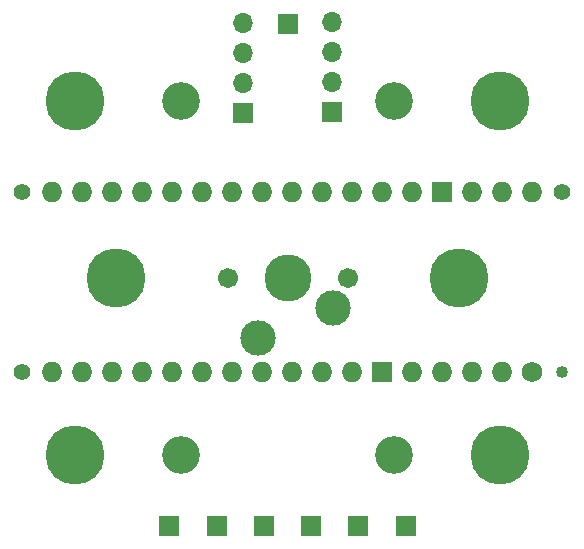
<source format=gbr>
%TF.GenerationSoftware,KiCad,Pcbnew,8.0.8*%
%TF.CreationDate,2025-02-27T23:17:26-05:00*%
%TF.ProjectId,modular_sdvx_pcb_nostabs,6d6f6475-6c61-4725-9f73-6476785f7063,rev?*%
%TF.SameCoordinates,Original*%
%TF.FileFunction,Soldermask,Top*%
%TF.FilePolarity,Negative*%
%FSLAX46Y46*%
G04 Gerber Fmt 4.6, Leading zero omitted, Abs format (unit mm)*
G04 Created by KiCad (PCBNEW 8.0.8) date 2025-02-27 23:17:26*
%MOMM*%
%LPD*%
G01*
G04 APERTURE LIST*
%ADD10C,5.000000*%
%ADD11R,1.700000X1.700000*%
%ADD12O,1.700000X1.700000*%
%ADD13C,1.701800*%
%ADD14C,3.000000*%
%ADD15C,3.987800*%
%ADD16C,3.200000*%
%ADD17C,1.400000*%
%ADD18O,1.727200X1.727200*%
%ADD19C,1.016000*%
%ADD20R,1.727200X1.727200*%
%ADD21C,1.727200*%
G04 APERTURE END LIST*
D10*
%TO.C,REF\u002A\u002A*%
X18000000Y-15000000D03*
%TD*%
%TO.C,REF\u002A\u002A*%
X18000000Y15000000D03*
%TD*%
D11*
%TO.C,ENC_R1*%
X3750000Y14000000D03*
D12*
X3750000Y16540000D03*
X3750000Y19080000D03*
X3750000Y21620000D03*
%TD*%
D13*
%TO.C,Key1*%
X5080000Y0D03*
D14*
X3810000Y-2540000D03*
D15*
X0Y0D03*
D14*
X-2540000Y-5080000D03*
D13*
X-5080000Y0D03*
%TD*%
D10*
%TO.C,REF\u002A\u002A*%
X14500000Y0D03*
%TD*%
D11*
%TO.C,SW_D_in1*%
X-2000000Y-21000000D03*
%TD*%
%TO.C,SW_B_in1*%
X6000000Y-21000000D03*
%TD*%
D10*
%TO.C,REF\u002A\u002A*%
X-18000000Y15000000D03*
%TD*%
D11*
%TO.C,ENC_L1*%
X-3775000Y13950000D03*
D12*
X-3775000Y16490000D03*
X-3775000Y19030000D03*
X-3775000Y21570000D03*
%TD*%
D16*
%TO.C,REF\u002A\u002A*%
X9000000Y-15000000D03*
%TD*%
D11*
%TO.C,SW_C_in1*%
X2000000Y-21000000D03*
%TD*%
%TO.C,SW_L_in1*%
X-6000000Y-21000000D03*
%TD*%
%TO.C,SW_R_in1*%
X-10000000Y-21000000D03*
%TD*%
%TO.C,SW_OUT1*%
X0Y21500000D03*
%TD*%
D10*
%TO.C,REF\u002A\u002A*%
X-14500000Y0D03*
%TD*%
D16*
%TO.C,REF\u002A\u002A*%
X-9000000Y15000000D03*
%TD*%
D10*
%TO.C,REF\u002A\u002A*%
X-18000000Y-15000000D03*
%TD*%
D16*
%TO.C,REF\u002A\u002A*%
X9000000Y15000000D03*
%TD*%
%TO.C,REF\u002A\u002A*%
X-9000000Y-15000000D03*
%TD*%
D11*
%TO.C,SW_A_in1*%
X10000000Y-21000000D03*
%TD*%
D17*
%TO.C,A1*%
X-22470000Y7250000D03*
X-22470000Y-7990000D03*
D18*
X2930000Y7250000D03*
X5470000Y7250000D03*
D17*
X23250000Y7250000D03*
D19*
X23250000Y-7990000D03*
D18*
X-17390000Y7250000D03*
X8010000Y7250000D03*
X-12310000Y7250000D03*
X-9770000Y7250000D03*
X-7230000Y7250000D03*
X-4690000Y7250000D03*
X-2150000Y7250000D03*
X390000Y7250000D03*
X-14850000Y7250000D03*
X13090000Y-7990000D03*
X15630000Y-7990000D03*
X5470000Y-7990000D03*
X2930000Y-7990000D03*
X390000Y-7990000D03*
X-2150000Y-7990000D03*
X-4690000Y-7990000D03*
X-7230000Y-7990000D03*
X-9770000Y-7990000D03*
X-12310000Y-7990000D03*
X-14850000Y-7990000D03*
X-17390000Y-7990000D03*
X-19930000Y-7990000D03*
X-19930000Y7250000D03*
D20*
X13090000Y7250000D03*
X8010000Y-7990000D03*
D18*
X18170000Y7250000D03*
D21*
X20710000Y-7990000D03*
D18*
X10550000Y7250000D03*
X10550000Y-7990000D03*
X20710000Y7250000D03*
X18170000Y-7990000D03*
X15630000Y7250000D03*
%TD*%
M02*

</source>
